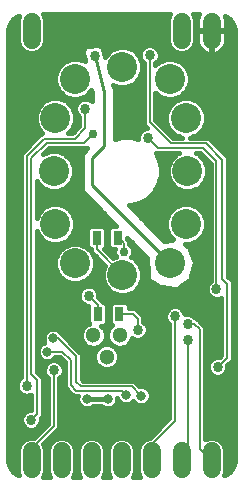
<source format=gbl>
G75*
%MOIN*%
%OFA0B0*%
%FSLAX25Y25*%
%IPPOS*%
%LPD*%
%AMOC8*
5,1,8,0,0,1.08239X$1,22.5*
%
%ADD10C,0.06000*%
%ADD11C,0.10000*%
%ADD12R,0.03150X0.04724*%
%ADD13C,0.05118*%
%ADD14C,0.03369*%
%ADD15C,0.01000*%
%ADD16C,0.00600*%
%ADD17C,0.03172*%
%ADD18C,0.01600*%
%ADD19C,0.02975*%
D10*
X0011170Y0006100D02*
X0011170Y0012100D01*
X0021170Y0012100D02*
X0021170Y0006100D01*
X0031170Y0006100D02*
X0031170Y0012100D01*
X0041170Y0012100D02*
X0041170Y0006100D01*
X0051170Y0006100D02*
X0051170Y0012100D01*
X0061170Y0012100D02*
X0061170Y0006100D01*
X0071170Y0006100D02*
X0071170Y0012100D01*
X0071170Y0149407D02*
X0071170Y0155407D01*
X0061170Y0155407D02*
X0061170Y0149407D01*
X0011170Y0149407D02*
X0011170Y0155407D01*
D11*
X0025747Y0136334D03*
X0019123Y0123273D03*
X0018623Y0105557D03*
X0019123Y0087840D03*
X0025747Y0074779D03*
X0041495Y0070842D03*
X0057243Y0074779D03*
X0062617Y0087840D03*
X0063117Y0105557D03*
X0062617Y0123273D03*
X0057243Y0136334D03*
X0041495Y0140271D03*
D12*
X0039943Y0083413D03*
X0032857Y0083413D03*
X0033257Y0058013D03*
X0040343Y0058013D03*
D13*
X0040600Y0050813D03*
X0036200Y0043613D03*
X0031800Y0050813D03*
D14*
X0029800Y0039613D03*
X0018600Y0039213D03*
X0011000Y0022613D03*
X0009600Y0034013D03*
X0030200Y0064013D03*
X0046600Y0052613D03*
X0052400Y0035213D03*
X0063200Y0049213D03*
X0063200Y0054613D03*
X0061000Y0061213D03*
X0059000Y0057213D03*
X0072800Y0066213D03*
X0073200Y0040213D03*
X0050000Y0116613D03*
X0050600Y0144213D03*
X0032200Y0144013D03*
X0029000Y0126413D03*
D15*
X0035200Y0132013D02*
X0035200Y0113813D01*
X0031200Y0109813D01*
X0031200Y0100822D01*
X0057243Y0074779D01*
X0035200Y0132013D02*
X0032200Y0144013D01*
D16*
X0029000Y0126413D02*
X0029000Y0119813D01*
X0025600Y0116413D01*
X0015400Y0116413D01*
X0009600Y0110613D01*
X0009600Y0034013D01*
X0013000Y0035813D02*
X0011000Y0037813D01*
X0011000Y0109813D01*
X0016200Y0115013D01*
X0028800Y0115013D01*
X0031800Y0118013D01*
X0050000Y0116613D02*
X0053200Y0113413D01*
X0068200Y0113413D01*
X0072800Y0108813D01*
X0072800Y0066213D01*
X0074800Y0069613D02*
X0074800Y0109413D01*
X0069400Y0114813D01*
X0057600Y0114813D01*
X0050600Y0121813D01*
X0050600Y0144213D01*
X0039943Y0083413D02*
X0041900Y0081457D01*
X0041900Y0078670D01*
X0041495Y0070842D02*
X0032857Y0079480D01*
X0032857Y0083413D01*
X0030200Y0064013D02*
X0033257Y0060957D01*
X0033257Y0058013D01*
X0040343Y0058013D02*
X0045000Y0058013D01*
X0046600Y0056413D01*
X0046600Y0052613D01*
X0044600Y0033813D02*
X0027600Y0033813D01*
X0026000Y0035413D01*
X0026000Y0043813D01*
X0020000Y0049813D01*
X0018400Y0049813D01*
X0016400Y0045413D02*
X0021400Y0045413D01*
X0024200Y0042613D01*
X0024200Y0034213D01*
X0026000Y0032413D01*
X0041400Y0032413D01*
X0042800Y0031013D01*
X0044600Y0033813D02*
X0047800Y0030613D01*
X0059000Y0022413D02*
X0051200Y0014613D01*
X0051200Y0009130D01*
X0051170Y0009100D01*
X0059000Y0022413D02*
X0059000Y0057213D01*
X0063200Y0054613D02*
X0065400Y0054613D01*
X0067200Y0052813D01*
X0067200Y0013070D01*
X0071170Y0009100D01*
X0063200Y0011130D02*
X0061170Y0009100D01*
X0063200Y0011130D02*
X0063200Y0049213D01*
X0073200Y0040213D02*
X0076400Y0043413D01*
X0076400Y0068013D01*
X0074800Y0069613D01*
X0018600Y0039213D02*
X0018600Y0020613D01*
X0011200Y0013213D01*
X0011200Y0009130D01*
X0011170Y0009100D01*
X0011000Y0022613D02*
X0013000Y0024613D01*
X0013000Y0035813D01*
D17*
X0016400Y0045413D03*
X0018400Y0049813D03*
X0029600Y0029613D03*
X0036600Y0029613D03*
X0042800Y0031013D03*
X0047800Y0030613D03*
X0040600Y0050813D03*
X0036200Y0043613D03*
X0031800Y0050813D03*
X0043800Y0117613D03*
D18*
X0004043Y0006835D02*
X0005128Y0005341D01*
X0006621Y0004256D01*
X0007007Y0004131D01*
X0006570Y0005185D01*
X0006570Y0013015D01*
X0007270Y0014706D01*
X0008564Y0016000D01*
X0010255Y0016700D01*
X0012000Y0016700D01*
X0016700Y0021400D01*
X0016700Y0036469D01*
X0015816Y0037353D01*
X0015316Y0038560D01*
X0015316Y0039867D01*
X0015816Y0041074D01*
X0016740Y0041998D01*
X0017947Y0042498D01*
X0019253Y0042498D01*
X0020460Y0041998D01*
X0021384Y0041074D01*
X0021884Y0039867D01*
X0021884Y0038560D01*
X0021384Y0037353D01*
X0020500Y0036469D01*
X0020500Y0019826D01*
X0015160Y0014487D01*
X0015770Y0013015D01*
X0015770Y0005185D01*
X0015119Y0003613D01*
X0017221Y0003613D01*
X0016570Y0005185D01*
X0016570Y0013015D01*
X0017270Y0014706D01*
X0018564Y0016000D01*
X0020255Y0016700D01*
X0022085Y0016700D01*
X0023776Y0016000D01*
X0025070Y0014706D01*
X0025770Y0013015D01*
X0025770Y0005185D01*
X0025119Y0003613D01*
X0027221Y0003613D01*
X0026570Y0005185D01*
X0026570Y0013015D01*
X0027270Y0014706D01*
X0028564Y0016000D01*
X0030255Y0016700D01*
X0032085Y0016700D01*
X0033776Y0016000D01*
X0035070Y0014706D01*
X0035770Y0013015D01*
X0035770Y0005185D01*
X0035119Y0003613D01*
X0037221Y0003613D01*
X0036570Y0005185D01*
X0036570Y0013015D01*
X0037270Y0014706D01*
X0038564Y0016000D01*
X0040255Y0016700D01*
X0042085Y0016700D01*
X0043776Y0016000D01*
X0045070Y0014706D01*
X0045770Y0013015D01*
X0045770Y0005185D01*
X0045119Y0003613D01*
X0047221Y0003613D01*
X0046570Y0005185D01*
X0046570Y0013015D01*
X0047270Y0014706D01*
X0048564Y0016000D01*
X0050255Y0016700D01*
X0050600Y0016700D01*
X0057100Y0023200D01*
X0057100Y0054469D01*
X0056216Y0055353D01*
X0055716Y0056560D01*
X0055716Y0057867D01*
X0056216Y0059074D01*
X0057140Y0059998D01*
X0058347Y0060498D01*
X0059653Y0060498D01*
X0060860Y0059998D01*
X0061784Y0059074D01*
X0062284Y0057867D01*
X0062284Y0057789D01*
X0062547Y0057898D01*
X0063853Y0057898D01*
X0065060Y0057398D01*
X0065945Y0056513D01*
X0066187Y0056513D01*
X0067987Y0054713D01*
X0069100Y0053600D01*
X0069100Y0016222D01*
X0070255Y0016700D01*
X0072085Y0016700D01*
X0073776Y0016000D01*
X0075070Y0014706D01*
X0075770Y0013015D01*
X0075770Y0005185D01*
X0075334Y0004131D01*
X0075719Y0004256D01*
X0077212Y0005341D01*
X0078297Y0006835D01*
X0078868Y0008590D01*
X0078940Y0009513D01*
X0078940Y0151994D01*
X0078868Y0152917D01*
X0078297Y0154672D01*
X0077212Y0156166D01*
X0075719Y0157251D01*
X0075598Y0157290D01*
X0075618Y0157250D01*
X0075852Y0156531D01*
X0075970Y0155785D01*
X0075970Y0152607D01*
X0071370Y0152607D01*
X0071370Y0152207D01*
X0071370Y0144607D01*
X0071548Y0144607D01*
X0072294Y0144725D01*
X0073013Y0144959D01*
X0073686Y0145302D01*
X0074297Y0145746D01*
X0074831Y0146280D01*
X0075275Y0146891D01*
X0075618Y0147565D01*
X0075852Y0148283D01*
X0075970Y0149029D01*
X0075970Y0152207D01*
X0071370Y0152207D01*
X0070970Y0152207D01*
X0070970Y0144607D01*
X0070792Y0144607D01*
X0070046Y0144725D01*
X0069328Y0144959D01*
X0068654Y0145302D01*
X0068043Y0145746D01*
X0067509Y0146280D01*
X0067065Y0146891D01*
X0066722Y0147565D01*
X0066488Y0148283D01*
X0066370Y0149029D01*
X0066370Y0152207D01*
X0070970Y0152207D01*
X0070970Y0152607D01*
X0066370Y0152607D01*
X0066370Y0155785D01*
X0066488Y0156531D01*
X0066722Y0157250D01*
X0067050Y0157894D01*
X0065119Y0157894D01*
X0065770Y0156322D01*
X0065770Y0148492D01*
X0065070Y0146801D01*
X0063776Y0145507D01*
X0062085Y0144807D01*
X0060255Y0144807D01*
X0058564Y0145507D01*
X0057270Y0146801D01*
X0056570Y0148492D01*
X0056570Y0156322D01*
X0057221Y0157894D01*
X0015119Y0157894D01*
X0015770Y0156322D01*
X0015770Y0148492D01*
X0015070Y0146801D01*
X0013776Y0145507D01*
X0012085Y0144807D01*
X0010255Y0144807D01*
X0008564Y0145507D01*
X0007270Y0146801D01*
X0006570Y0148492D01*
X0006570Y0156322D01*
X0007007Y0157376D01*
X0006621Y0157251D01*
X0005128Y0156166D01*
X0004043Y0154672D01*
X0003473Y0152917D01*
X0003400Y0151994D01*
X0003400Y0009513D01*
X0003473Y0008590D01*
X0004043Y0006835D01*
X0004062Y0006809D02*
X0006570Y0006809D01*
X0006570Y0008407D02*
X0003532Y0008407D01*
X0003400Y0010006D02*
X0006570Y0010006D01*
X0006570Y0011604D02*
X0003400Y0011604D01*
X0003400Y0013203D02*
X0006648Y0013203D01*
X0007366Y0014801D02*
X0003400Y0014801D01*
X0003400Y0016400D02*
X0009531Y0016400D01*
X0010347Y0019329D02*
X0011653Y0019329D01*
X0012860Y0019829D01*
X0013784Y0020753D01*
X0014284Y0021960D01*
X0014284Y0023211D01*
X0014900Y0023826D01*
X0014900Y0036600D01*
X0012900Y0038600D01*
X0012900Y0085617D01*
X0013528Y0084102D01*
X0015384Y0082245D01*
X0017810Y0081240D01*
X0020436Y0081240D01*
X0022861Y0082245D01*
X0024718Y0084102D01*
X0025723Y0086527D01*
X0025723Y0089153D01*
X0024718Y0091579D01*
X0022861Y0093435D01*
X0020436Y0094440D01*
X0017810Y0094440D01*
X0015384Y0093435D01*
X0013528Y0091579D01*
X0012900Y0090063D01*
X0012900Y0102126D01*
X0013028Y0101818D01*
X0014884Y0099961D01*
X0017310Y0098957D01*
X0019936Y0098957D01*
X0022361Y0099961D01*
X0024218Y0101818D01*
X0025223Y0104244D01*
X0025223Y0106870D01*
X0024218Y0109295D01*
X0022361Y0111152D01*
X0019936Y0112157D01*
X0017310Y0112157D01*
X0015125Y0111252D01*
X0016987Y0113113D01*
X0029587Y0113113D01*
X0029587Y0113113D01*
X0028420Y0111603D01*
X0027900Y0111083D01*
X0027900Y0110930D01*
X0027806Y0110809D01*
X0027900Y0110079D01*
X0027900Y0100033D01*
X0027885Y0099182D01*
X0027900Y0099166D01*
X0027900Y0099144D01*
X0028502Y0098542D01*
X0039269Y0087376D01*
X0037706Y0087376D01*
X0036769Y0086438D01*
X0036769Y0080388D01*
X0037706Y0079451D01*
X0038882Y0079451D01*
X0038813Y0079284D01*
X0038813Y0078056D01*
X0039230Y0077048D01*
X0038343Y0076681D01*
X0035334Y0079690D01*
X0036031Y0080388D01*
X0036031Y0086438D01*
X0035094Y0087376D01*
X0030619Y0087376D01*
X0029682Y0086438D01*
X0029682Y0080388D01*
X0030619Y0079451D01*
X0030957Y0079451D01*
X0030957Y0078903D01*
X0029485Y0080374D01*
X0027060Y0081379D01*
X0024434Y0081379D01*
X0022008Y0080374D01*
X0020152Y0078518D01*
X0019147Y0076092D01*
X0019147Y0073466D01*
X0020152Y0071041D01*
X0022008Y0069184D01*
X0024434Y0068179D01*
X0027060Y0068179D01*
X0029485Y0069184D01*
X0031342Y0071041D01*
X0032347Y0073466D01*
X0032347Y0076092D01*
X0031490Y0078160D01*
X0035656Y0073994D01*
X0034895Y0072155D01*
X0034895Y0069529D01*
X0035900Y0067104D01*
X0037756Y0065247D01*
X0040182Y0064242D01*
X0042808Y0064242D01*
X0045233Y0065247D01*
X0047090Y0067104D01*
X0048095Y0069529D01*
X0048095Y0072155D01*
X0047090Y0074581D01*
X0045233Y0076437D01*
X0044385Y0076789D01*
X0044517Y0076921D01*
X0044987Y0078056D01*
X0044987Y0079284D01*
X0044517Y0080419D01*
X0043800Y0081136D01*
X0043800Y0082244D01*
X0043118Y0082926D01*
X0043118Y0083384D01*
X0049548Y0076716D01*
X0049868Y0071115D01*
X0049745Y0070900D01*
X0049916Y0070274D01*
X0049953Y0069625D01*
X0050138Y0069460D01*
X0050203Y0069222D01*
X0050767Y0068899D01*
X0051251Y0068467D01*
X0051498Y0068481D01*
X0053381Y0067406D01*
X0053642Y0067058D01*
X0054106Y0066991D01*
X0054513Y0066759D01*
X0054933Y0066873D01*
X0058660Y0066341D01*
X0059473Y0066190D01*
X0059514Y0066219D01*
X0059564Y0066211D01*
X0060225Y0066707D01*
X0063318Y0068833D01*
X0063997Y0069222D01*
X0064024Y0069319D01*
X0064106Y0069376D01*
X0064249Y0070145D01*
X0065380Y0074292D01*
X0065671Y0074923D01*
X0065603Y0075109D01*
X0065655Y0075300D01*
X0065310Y0075903D01*
X0064039Y0079354D01*
X0063928Y0080017D01*
X0063747Y0080146D01*
X0063670Y0080356D01*
X0063060Y0080637D01*
X0062215Y0081240D01*
X0063930Y0081240D01*
X0066356Y0082245D01*
X0068212Y0084102D01*
X0069217Y0086527D01*
X0069217Y0089153D01*
X0068212Y0091579D01*
X0066356Y0093435D01*
X0063930Y0094440D01*
X0061304Y0094440D01*
X0058878Y0093435D01*
X0057022Y0091579D01*
X0056017Y0089153D01*
X0056017Y0086527D01*
X0057022Y0084102D01*
X0058327Y0082797D01*
X0057997Y0082742D01*
X0057992Y0082735D01*
X0055326Y0082271D01*
X0043703Y0094114D01*
X0044251Y0094114D01*
X0047162Y0094894D01*
X0049771Y0096400D01*
X0051901Y0098531D01*
X0053408Y0101140D01*
X0054187Y0104050D01*
X0054187Y0107063D01*
X0053408Y0109973D01*
X0052518Y0111513D01*
X0060251Y0111513D01*
X0059378Y0111152D01*
X0057522Y0109295D01*
X0056517Y0106870D01*
X0056517Y0104244D01*
X0057522Y0101818D01*
X0059378Y0099961D01*
X0061804Y0098957D01*
X0064430Y0098957D01*
X0066856Y0099961D01*
X0068712Y0101818D01*
X0069717Y0104244D01*
X0069717Y0106870D01*
X0068712Y0109295D01*
X0066856Y0111152D01*
X0065983Y0111513D01*
X0067413Y0111513D01*
X0070900Y0108026D01*
X0070900Y0068958D01*
X0070016Y0068074D01*
X0069516Y0066867D01*
X0069516Y0065560D01*
X0070016Y0064353D01*
X0070940Y0063429D01*
X0072147Y0062929D01*
X0073453Y0062929D01*
X0074500Y0063363D01*
X0074500Y0044200D01*
X0073797Y0043498D01*
X0072547Y0043498D01*
X0071340Y0042998D01*
X0070416Y0042074D01*
X0069916Y0040867D01*
X0069916Y0039560D01*
X0070416Y0038353D01*
X0071340Y0037429D01*
X0072547Y0036929D01*
X0073853Y0036929D01*
X0075060Y0037429D01*
X0075984Y0038353D01*
X0076484Y0039560D01*
X0076484Y0040811D01*
X0077187Y0041513D01*
X0078300Y0042626D01*
X0078300Y0068800D01*
X0077187Y0069913D01*
X0076700Y0070400D01*
X0076700Y0110200D01*
X0071300Y0115600D01*
X0070187Y0116713D01*
X0064027Y0116713D01*
X0066356Y0117678D01*
X0068212Y0119535D01*
X0069217Y0121960D01*
X0069217Y0124586D01*
X0068212Y0127012D01*
X0066356Y0128868D01*
X0063930Y0129873D01*
X0061304Y0129873D01*
X0058878Y0128868D01*
X0057022Y0127012D01*
X0056017Y0124586D01*
X0056017Y0121960D01*
X0057022Y0119535D01*
X0058878Y0117678D01*
X0061207Y0116713D01*
X0058387Y0116713D01*
X0052500Y0122600D01*
X0052500Y0131743D01*
X0053504Y0130739D01*
X0055930Y0129734D01*
X0058556Y0129734D01*
X0060982Y0130739D01*
X0062838Y0132596D01*
X0063843Y0135021D01*
X0063843Y0137647D01*
X0062838Y0140073D01*
X0060982Y0141929D01*
X0058556Y0142934D01*
X0055930Y0142934D01*
X0053504Y0141929D01*
X0052500Y0140925D01*
X0052500Y0141469D01*
X0053384Y0142353D01*
X0053884Y0143560D01*
X0053884Y0144867D01*
X0053384Y0146074D01*
X0052460Y0146998D01*
X0051253Y0147498D01*
X0049947Y0147498D01*
X0048740Y0146998D01*
X0047816Y0146074D01*
X0047316Y0144867D01*
X0047316Y0143560D01*
X0047816Y0142353D01*
X0048700Y0141469D01*
X0048700Y0121026D01*
X0049813Y0119913D01*
X0049829Y0119898D01*
X0049347Y0119898D01*
X0048140Y0119398D01*
X0047216Y0118474D01*
X0046716Y0117267D01*
X0046716Y0116339D01*
X0044251Y0116999D01*
X0041238Y0116999D01*
X0038900Y0116373D01*
X0038900Y0131871D01*
X0039059Y0132158D01*
X0038900Y0132710D01*
X0038900Y0133283D01*
X0038668Y0133515D01*
X0038412Y0134404D01*
X0040182Y0133671D01*
X0042808Y0133671D01*
X0045233Y0134676D01*
X0047090Y0136533D01*
X0048095Y0138958D01*
X0048095Y0141584D01*
X0047090Y0144010D01*
X0045233Y0145866D01*
X0042808Y0146871D01*
X0040182Y0146871D01*
X0037756Y0145866D01*
X0035900Y0144010D01*
X0035751Y0143650D01*
X0035484Y0144575D01*
X0035484Y0144667D01*
X0035398Y0144876D01*
X0035055Y0146065D01*
X0034943Y0146792D01*
X0034820Y0146883D01*
X0034777Y0147030D01*
X0034134Y0147386D01*
X0033540Y0147821D01*
X0033389Y0147798D01*
X0033255Y0147872D01*
X0032548Y0147669D01*
X0030741Y0147391D01*
X0030561Y0147481D01*
X0029905Y0147262D01*
X0029221Y0147157D01*
X0029102Y0146994D01*
X0028911Y0146931D01*
X0028601Y0146312D01*
X0028192Y0145754D01*
X0028223Y0145555D01*
X0028133Y0145375D01*
X0028351Y0144718D01*
X0028457Y0144034D01*
X0028619Y0143915D01*
X0028643Y0143844D01*
X0028700Y0143585D01*
X0028700Y0142944D01*
X0028881Y0142762D01*
X0029022Y0142121D01*
X0027060Y0142934D01*
X0024434Y0142934D01*
X0022008Y0141929D01*
X0020152Y0140073D01*
X0019147Y0137647D01*
X0019147Y0135021D01*
X0020152Y0132596D01*
X0022008Y0130739D01*
X0024434Y0129734D01*
X0027060Y0129734D01*
X0029485Y0130739D01*
X0031161Y0132415D01*
X0031300Y0131785D01*
X0031300Y0128758D01*
X0030860Y0129198D01*
X0029653Y0129698D01*
X0028347Y0129698D01*
X0027140Y0129198D01*
X0026216Y0128274D01*
X0025716Y0127067D01*
X0025716Y0125760D01*
X0026216Y0124553D01*
X0027100Y0123669D01*
X0027100Y0120600D01*
X0024813Y0118313D01*
X0023497Y0118313D01*
X0024718Y0119535D01*
X0025723Y0121960D01*
X0025723Y0124586D01*
X0024718Y0127012D01*
X0022861Y0128868D01*
X0020436Y0129873D01*
X0017810Y0129873D01*
X0015384Y0128868D01*
X0013528Y0127012D01*
X0012523Y0124586D01*
X0012523Y0121960D01*
X0013528Y0119535D01*
X0014749Y0118313D01*
X0014613Y0118313D01*
X0013500Y0117200D01*
X0007700Y0111400D01*
X0007700Y0036758D01*
X0006816Y0035874D01*
X0006316Y0034667D01*
X0006316Y0033360D01*
X0006816Y0032153D01*
X0007740Y0031229D01*
X0008947Y0030729D01*
X0010253Y0030729D01*
X0011100Y0031080D01*
X0011100Y0025898D01*
X0010347Y0025898D01*
X0009140Y0025398D01*
X0008216Y0024474D01*
X0007716Y0023267D01*
X0007716Y0021960D01*
X0008216Y0020753D01*
X0009140Y0019829D01*
X0010347Y0019329D01*
X0009700Y0019597D02*
X0003400Y0019597D01*
X0003400Y0017998D02*
X0013298Y0017998D01*
X0012300Y0019597D02*
X0014897Y0019597D01*
X0013968Y0021196D02*
X0016495Y0021196D01*
X0016700Y0022794D02*
X0014284Y0022794D01*
X0014900Y0024393D02*
X0016700Y0024393D01*
X0016700Y0025991D02*
X0014900Y0025991D01*
X0014900Y0027590D02*
X0016700Y0027590D01*
X0016700Y0029188D02*
X0014900Y0029188D01*
X0014900Y0030787D02*
X0016700Y0030787D01*
X0016700Y0032385D02*
X0014900Y0032385D01*
X0014900Y0033984D02*
X0016700Y0033984D01*
X0016700Y0035582D02*
X0014900Y0035582D01*
X0014320Y0037181D02*
X0015988Y0037181D01*
X0015316Y0038779D02*
X0012900Y0038779D01*
X0012900Y0040378D02*
X0015527Y0040378D01*
X0015766Y0042228D02*
X0014595Y0042713D01*
X0013699Y0043609D01*
X0013214Y0044780D01*
X0013214Y0046047D01*
X0013699Y0047218D01*
X0014595Y0048114D01*
X0015500Y0048489D01*
X0015214Y0049180D01*
X0015214Y0050447D01*
X0015699Y0051618D01*
X0016595Y0052514D01*
X0017766Y0052999D01*
X0019034Y0052999D01*
X0020205Y0052514D01*
X0021101Y0051618D01*
X0021255Y0051245D01*
X0026787Y0045713D01*
X0027900Y0044600D01*
X0027900Y0036200D01*
X0028387Y0035713D01*
X0045387Y0035713D01*
X0046500Y0034600D01*
X0047301Y0033799D01*
X0048434Y0033799D01*
X0049605Y0033314D01*
X0050501Y0032418D01*
X0050986Y0031247D01*
X0050986Y0029980D01*
X0050501Y0028809D01*
X0049605Y0027913D01*
X0048434Y0027428D01*
X0047166Y0027428D01*
X0045995Y0027913D01*
X0045100Y0028808D01*
X0044605Y0028313D01*
X0043434Y0027828D01*
X0042166Y0027828D01*
X0040995Y0028313D01*
X0040099Y0029209D01*
X0039786Y0029965D01*
X0039786Y0028980D01*
X0039301Y0027809D01*
X0038405Y0026913D01*
X0037234Y0026428D01*
X0035966Y0026428D01*
X0034795Y0026913D01*
X0034495Y0027213D01*
X0031705Y0027213D01*
X0031405Y0026913D01*
X0030234Y0026428D01*
X0028966Y0026428D01*
X0027795Y0026913D01*
X0026899Y0027809D01*
X0026414Y0028980D01*
X0026414Y0030247D01*
X0026524Y0030513D01*
X0025213Y0030513D01*
X0024100Y0031626D01*
X0024100Y0031626D01*
X0022300Y0033426D01*
X0022300Y0041826D01*
X0020613Y0043513D01*
X0019005Y0043513D01*
X0018205Y0042713D01*
X0017034Y0042228D01*
X0015766Y0042228D01*
X0016718Y0041976D02*
X0012900Y0041976D01*
X0012900Y0043575D02*
X0013733Y0043575D01*
X0013214Y0045173D02*
X0012900Y0045173D01*
X0012900Y0046772D02*
X0013514Y0046772D01*
X0012900Y0048370D02*
X0015213Y0048370D01*
X0015214Y0049969D02*
X0012900Y0049969D01*
X0012900Y0051567D02*
X0015678Y0051567D01*
X0012900Y0053166D02*
X0028273Y0053166D01*
X0028274Y0053169D02*
X0027641Y0051641D01*
X0027641Y0049986D01*
X0028274Y0048457D01*
X0029444Y0047288D01*
X0030973Y0046654D01*
X0032627Y0046654D01*
X0034156Y0047288D01*
X0035326Y0048457D01*
X0035959Y0049986D01*
X0035959Y0051641D01*
X0035326Y0053169D01*
X0034444Y0054051D01*
X0035494Y0054051D01*
X0036431Y0054988D01*
X0036431Y0061038D01*
X0035494Y0061976D01*
X0034925Y0061976D01*
X0034044Y0062857D01*
X0033484Y0063416D01*
X0033484Y0064667D01*
X0032984Y0065874D01*
X0032060Y0066798D01*
X0030853Y0067298D01*
X0029547Y0067298D01*
X0028340Y0066798D01*
X0027416Y0065874D01*
X0026916Y0064667D01*
X0026916Y0063360D01*
X0027416Y0062153D01*
X0028340Y0061229D01*
X0029547Y0060729D01*
X0030082Y0060729D01*
X0030082Y0054988D01*
X0030354Y0054716D01*
X0029444Y0054339D01*
X0028274Y0053169D01*
X0027641Y0051567D02*
X0021122Y0051567D01*
X0022532Y0049969D02*
X0027648Y0049969D01*
X0028361Y0048370D02*
X0024130Y0048370D01*
X0025729Y0046772D02*
X0030689Y0046772D01*
X0032674Y0045969D02*
X0032041Y0044441D01*
X0032041Y0042786D01*
X0032674Y0041257D01*
X0033844Y0040088D01*
X0035373Y0039454D01*
X0037027Y0039454D01*
X0038556Y0040088D01*
X0039726Y0041257D01*
X0040359Y0042786D01*
X0040359Y0044441D01*
X0039726Y0045969D01*
X0038556Y0047139D01*
X0037027Y0047772D01*
X0035373Y0047772D01*
X0033844Y0047139D01*
X0032674Y0045969D01*
X0032911Y0046772D02*
X0033477Y0046772D01*
X0032344Y0045173D02*
X0027327Y0045173D01*
X0027900Y0043575D02*
X0032041Y0043575D01*
X0032376Y0041976D02*
X0027900Y0041976D01*
X0027900Y0040378D02*
X0033554Y0040378D01*
X0035239Y0048370D02*
X0037161Y0048370D01*
X0037074Y0048457D02*
X0036441Y0049986D01*
X0036441Y0051641D01*
X0037074Y0053169D01*
X0038031Y0054126D01*
X0037169Y0054988D01*
X0037169Y0061038D01*
X0038106Y0061976D01*
X0042581Y0061976D01*
X0043518Y0061038D01*
X0043518Y0059913D01*
X0045787Y0059913D01*
X0047387Y0058313D01*
X0048500Y0057200D01*
X0048500Y0055358D01*
X0049384Y0054474D01*
X0049884Y0053267D01*
X0049884Y0051960D01*
X0049384Y0050753D01*
X0048460Y0049829D01*
X0047253Y0049329D01*
X0045947Y0049329D01*
X0044740Y0049829D01*
X0044707Y0049861D01*
X0044126Y0048457D01*
X0042956Y0047288D01*
X0041427Y0046654D01*
X0039773Y0046654D01*
X0038244Y0047288D01*
X0037074Y0048457D01*
X0036448Y0049969D02*
X0035952Y0049969D01*
X0035959Y0051567D02*
X0036441Y0051567D01*
X0037073Y0053166D02*
X0035327Y0053166D01*
X0036207Y0054764D02*
X0037393Y0054764D01*
X0037169Y0056363D02*
X0036431Y0056363D01*
X0036431Y0057961D02*
X0037169Y0057961D01*
X0037169Y0059560D02*
X0036431Y0059560D01*
X0036312Y0061158D02*
X0037288Y0061158D01*
X0039909Y0064355D02*
X0033484Y0064355D01*
X0032904Y0065954D02*
X0037049Y0065954D01*
X0035714Y0067552D02*
X0012900Y0067552D01*
X0012900Y0065954D02*
X0027496Y0065954D01*
X0026916Y0064355D02*
X0012900Y0064355D01*
X0012900Y0062757D02*
X0027166Y0062757D01*
X0028511Y0061158D02*
X0012900Y0061158D01*
X0012900Y0059560D02*
X0030082Y0059560D01*
X0030082Y0057961D02*
X0012900Y0057961D01*
X0012900Y0056363D02*
X0030082Y0056363D01*
X0030306Y0054764D02*
X0012900Y0054764D01*
X0007700Y0054764D02*
X0003400Y0054764D01*
X0003400Y0053166D02*
X0007700Y0053166D01*
X0007700Y0051567D02*
X0003400Y0051567D01*
X0003400Y0049969D02*
X0007700Y0049969D01*
X0007700Y0048370D02*
X0003400Y0048370D01*
X0003400Y0046772D02*
X0007700Y0046772D01*
X0007700Y0045173D02*
X0003400Y0045173D01*
X0003400Y0043575D02*
X0007700Y0043575D01*
X0007700Y0041976D02*
X0003400Y0041976D01*
X0003400Y0040378D02*
X0007700Y0040378D01*
X0007700Y0038779D02*
X0003400Y0038779D01*
X0003400Y0037181D02*
X0007700Y0037181D01*
X0006695Y0035582D02*
X0003400Y0035582D01*
X0003400Y0033984D02*
X0006316Y0033984D01*
X0006720Y0032385D02*
X0003400Y0032385D01*
X0003400Y0030787D02*
X0008808Y0030787D01*
X0010392Y0030787D02*
X0011100Y0030787D01*
X0011100Y0029188D02*
X0003400Y0029188D01*
X0003400Y0027590D02*
X0011100Y0027590D01*
X0011100Y0025991D02*
X0003400Y0025991D01*
X0003400Y0024393D02*
X0008182Y0024393D01*
X0007716Y0022794D02*
X0003400Y0022794D01*
X0003400Y0021196D02*
X0008032Y0021196D01*
X0015475Y0014801D02*
X0017366Y0014801D01*
X0017074Y0016400D02*
X0019531Y0016400D01*
X0018672Y0017998D02*
X0051898Y0017998D01*
X0053497Y0019597D02*
X0020271Y0019597D01*
X0020500Y0021196D02*
X0055095Y0021196D01*
X0056694Y0022794D02*
X0020500Y0022794D01*
X0020500Y0024393D02*
X0057100Y0024393D01*
X0057100Y0025991D02*
X0020500Y0025991D01*
X0020500Y0027590D02*
X0027118Y0027590D01*
X0026414Y0029188D02*
X0020500Y0029188D01*
X0020500Y0030787D02*
X0024940Y0030787D01*
X0023341Y0032385D02*
X0020500Y0032385D01*
X0020500Y0033984D02*
X0022300Y0033984D01*
X0022300Y0035582D02*
X0020500Y0035582D01*
X0021212Y0037181D02*
X0022300Y0037181D01*
X0022300Y0038779D02*
X0021884Y0038779D01*
X0021673Y0040378D02*
X0022300Y0040378D01*
X0022150Y0041976D02*
X0020482Y0041976D01*
X0027900Y0038779D02*
X0057100Y0038779D01*
X0057100Y0037181D02*
X0027900Y0037181D01*
X0029600Y0029613D02*
X0036600Y0029613D01*
X0039082Y0027590D02*
X0046775Y0027590D01*
X0048825Y0027590D02*
X0057100Y0027590D01*
X0057100Y0029188D02*
X0050658Y0029188D01*
X0050986Y0030787D02*
X0057100Y0030787D01*
X0057100Y0032385D02*
X0050514Y0032385D01*
X0047117Y0033984D02*
X0057100Y0033984D01*
X0057100Y0035582D02*
X0045518Y0035582D01*
X0040359Y0043575D02*
X0057100Y0043575D01*
X0057100Y0045173D02*
X0040056Y0045173D01*
X0039489Y0046772D02*
X0038923Y0046772D01*
X0041711Y0046772D02*
X0057100Y0046772D01*
X0057100Y0048370D02*
X0044039Y0048370D01*
X0040024Y0041976D02*
X0057100Y0041976D01*
X0057100Y0040378D02*
X0038846Y0040378D01*
X0039786Y0029188D02*
X0040120Y0029188D01*
X0039531Y0016400D02*
X0032809Y0016400D01*
X0034974Y0014801D02*
X0037366Y0014801D01*
X0036648Y0013203D02*
X0035692Y0013203D01*
X0035770Y0011604D02*
X0036570Y0011604D01*
X0036570Y0010006D02*
X0035770Y0010006D01*
X0035770Y0008407D02*
X0036570Y0008407D01*
X0036570Y0006809D02*
X0035770Y0006809D01*
X0035770Y0005210D02*
X0036570Y0005210D01*
X0042809Y0016400D02*
X0049531Y0016400D01*
X0047366Y0014801D02*
X0044974Y0014801D01*
X0045692Y0013203D02*
X0046648Y0013203D01*
X0046570Y0011604D02*
X0045770Y0011604D01*
X0045770Y0010006D02*
X0046570Y0010006D01*
X0046570Y0008407D02*
X0045770Y0008407D01*
X0045770Y0006809D02*
X0046570Y0006809D01*
X0046570Y0005210D02*
X0045770Y0005210D01*
X0029531Y0016400D02*
X0022809Y0016400D01*
X0024974Y0014801D02*
X0027366Y0014801D01*
X0026648Y0013203D02*
X0025692Y0013203D01*
X0025770Y0011604D02*
X0026570Y0011604D01*
X0026570Y0010006D02*
X0025770Y0010006D01*
X0025770Y0008407D02*
X0026570Y0008407D01*
X0026570Y0006809D02*
X0025770Y0006809D01*
X0025770Y0005210D02*
X0026570Y0005210D01*
X0016570Y0005210D02*
X0015770Y0005210D01*
X0015770Y0006809D02*
X0016570Y0006809D01*
X0016570Y0008407D02*
X0015770Y0008407D01*
X0015770Y0010006D02*
X0016570Y0010006D01*
X0016570Y0011604D02*
X0015770Y0011604D01*
X0015692Y0013203D02*
X0016648Y0013203D01*
X0006570Y0005210D02*
X0005308Y0005210D01*
X0003400Y0056363D02*
X0007700Y0056363D01*
X0007700Y0057961D02*
X0003400Y0057961D01*
X0003400Y0059560D02*
X0007700Y0059560D01*
X0007700Y0061158D02*
X0003400Y0061158D01*
X0003400Y0062757D02*
X0007700Y0062757D01*
X0007700Y0064355D02*
X0003400Y0064355D01*
X0003400Y0065954D02*
X0007700Y0065954D01*
X0007700Y0067552D02*
X0003400Y0067552D01*
X0003400Y0069151D02*
X0007700Y0069151D01*
X0007700Y0070749D02*
X0003400Y0070749D01*
X0003400Y0072348D02*
X0007700Y0072348D01*
X0007700Y0073946D02*
X0003400Y0073946D01*
X0003400Y0075545D02*
X0007700Y0075545D01*
X0007700Y0077143D02*
X0003400Y0077143D01*
X0003400Y0078742D02*
X0007700Y0078742D01*
X0007700Y0080340D02*
X0003400Y0080340D01*
X0003400Y0081939D02*
X0007700Y0081939D01*
X0007700Y0083537D02*
X0003400Y0083537D01*
X0003400Y0085136D02*
X0007700Y0085136D01*
X0007700Y0086734D02*
X0003400Y0086734D01*
X0003400Y0088333D02*
X0007700Y0088333D01*
X0007700Y0089932D02*
X0003400Y0089932D01*
X0003400Y0091530D02*
X0007700Y0091530D01*
X0007700Y0093129D02*
X0003400Y0093129D01*
X0003400Y0094727D02*
X0007700Y0094727D01*
X0007700Y0096326D02*
X0003400Y0096326D01*
X0003400Y0097924D02*
X0007700Y0097924D01*
X0007700Y0099523D02*
X0003400Y0099523D01*
X0003400Y0101121D02*
X0007700Y0101121D01*
X0007700Y0102720D02*
X0003400Y0102720D01*
X0003400Y0104318D02*
X0007700Y0104318D01*
X0007700Y0105917D02*
X0003400Y0105917D01*
X0003400Y0107515D02*
X0007700Y0107515D01*
X0007700Y0109114D02*
X0003400Y0109114D01*
X0003400Y0110712D02*
X0007700Y0110712D01*
X0008610Y0112311D02*
X0003400Y0112311D01*
X0003400Y0113909D02*
X0010209Y0113909D01*
X0011807Y0115508D02*
X0003400Y0115508D01*
X0003400Y0117106D02*
X0013406Y0117106D01*
X0014358Y0118705D02*
X0003400Y0118705D01*
X0003400Y0120303D02*
X0013209Y0120303D01*
X0012547Y0121902D02*
X0003400Y0121902D01*
X0003400Y0123500D02*
X0012523Y0123500D01*
X0012735Y0125099D02*
X0003400Y0125099D01*
X0003400Y0126697D02*
X0013397Y0126697D01*
X0014812Y0128296D02*
X0003400Y0128296D01*
X0003400Y0129894D02*
X0024048Y0129894D01*
X0023434Y0128296D02*
X0026238Y0128296D01*
X0025716Y0126697D02*
X0024848Y0126697D01*
X0025510Y0125099D02*
X0025990Y0125099D01*
X0025723Y0123500D02*
X0027100Y0123500D01*
X0027100Y0121902D02*
X0025699Y0121902D01*
X0025036Y0120303D02*
X0026803Y0120303D01*
X0025204Y0118705D02*
X0023888Y0118705D01*
X0022801Y0110712D02*
X0027819Y0110712D01*
X0027900Y0109114D02*
X0024293Y0109114D01*
X0024955Y0107515D02*
X0027900Y0107515D01*
X0027900Y0105917D02*
X0025223Y0105917D01*
X0025223Y0104318D02*
X0027900Y0104318D01*
X0027900Y0102720D02*
X0024591Y0102720D01*
X0023521Y0101121D02*
X0027900Y0101121D01*
X0027891Y0099523D02*
X0021302Y0099523D01*
X0023168Y0093129D02*
X0033722Y0093129D01*
X0032180Y0094727D02*
X0012900Y0094727D01*
X0012900Y0093129D02*
X0015077Y0093129D01*
X0013507Y0091530D02*
X0012900Y0091530D01*
X0012900Y0096326D02*
X0030639Y0096326D01*
X0029097Y0097924D02*
X0012900Y0097924D01*
X0012900Y0099523D02*
X0015944Y0099523D01*
X0013725Y0101121D02*
X0012900Y0101121D01*
X0016184Y0112311D02*
X0028967Y0112311D01*
X0027446Y0129894D02*
X0031300Y0129894D01*
X0031300Y0131493D02*
X0030239Y0131493D01*
X0028899Y0142682D02*
X0027668Y0142682D01*
X0028419Y0144281D02*
X0003400Y0144281D01*
X0003400Y0145879D02*
X0008192Y0145879D01*
X0006990Y0147478D02*
X0003400Y0147478D01*
X0003400Y0149076D02*
X0006570Y0149076D01*
X0006570Y0150675D02*
X0003400Y0150675D01*
X0003422Y0152273D02*
X0006570Y0152273D01*
X0006570Y0153872D02*
X0003783Y0153872D01*
X0004623Y0155470D02*
X0006570Y0155470D01*
X0006371Y0157069D02*
X0006879Y0157069D01*
X0014148Y0145879D02*
X0028284Y0145879D01*
X0030553Y0147478D02*
X0015350Y0147478D01*
X0015770Y0149076D02*
X0056570Y0149076D01*
X0056570Y0150675D02*
X0015770Y0150675D01*
X0015770Y0152273D02*
X0056570Y0152273D01*
X0056570Y0153872D02*
X0015770Y0153872D01*
X0015770Y0155470D02*
X0056570Y0155470D01*
X0056879Y0157069D02*
X0015461Y0157069D01*
X0023826Y0142682D02*
X0003400Y0142682D01*
X0003400Y0141084D02*
X0021163Y0141084D01*
X0019908Y0139485D02*
X0003400Y0139485D01*
X0003400Y0137887D02*
X0019246Y0137887D01*
X0019147Y0136288D02*
X0003400Y0136288D01*
X0003400Y0134690D02*
X0019284Y0134690D01*
X0019946Y0133091D02*
X0003400Y0133091D01*
X0003400Y0131493D02*
X0021254Y0131493D01*
X0030567Y0147478D02*
X0031309Y0147478D01*
X0034009Y0147478D02*
X0049899Y0147478D01*
X0051301Y0147478D02*
X0056990Y0147478D01*
X0058192Y0145879D02*
X0053465Y0145879D01*
X0053884Y0144281D02*
X0078940Y0144281D01*
X0078940Y0145879D02*
X0074431Y0145879D01*
X0075574Y0147478D02*
X0078940Y0147478D01*
X0078940Y0149076D02*
X0075970Y0149076D01*
X0075970Y0150675D02*
X0078940Y0150675D01*
X0078918Y0152273D02*
X0071370Y0152273D01*
X0070970Y0152273D02*
X0065770Y0152273D01*
X0065770Y0150675D02*
X0066370Y0150675D01*
X0066370Y0149076D02*
X0065770Y0149076D01*
X0065350Y0147478D02*
X0066766Y0147478D01*
X0067910Y0145879D02*
X0064148Y0145879D01*
X0061827Y0141084D02*
X0078940Y0141084D01*
X0078940Y0142682D02*
X0059164Y0142682D01*
X0055322Y0142682D02*
X0053521Y0142682D01*
X0052659Y0141084D02*
X0052500Y0141084D01*
X0048700Y0141084D02*
X0048095Y0141084D01*
X0048095Y0139485D02*
X0048700Y0139485D01*
X0048700Y0137887D02*
X0047651Y0137887D01*
X0046846Y0136288D02*
X0048700Y0136288D01*
X0048700Y0134690D02*
X0045247Y0134690D01*
X0048700Y0133091D02*
X0038900Y0133091D01*
X0038900Y0131493D02*
X0048700Y0131493D01*
X0048700Y0129894D02*
X0038900Y0129894D01*
X0038900Y0128296D02*
X0048700Y0128296D01*
X0048700Y0126697D02*
X0038900Y0126697D01*
X0038900Y0125099D02*
X0048700Y0125099D01*
X0048700Y0123500D02*
X0038900Y0123500D01*
X0038900Y0121902D02*
X0048700Y0121902D01*
X0049423Y0120303D02*
X0038900Y0120303D01*
X0038900Y0118705D02*
X0047447Y0118705D01*
X0046716Y0117106D02*
X0038900Y0117106D01*
X0049641Y0096326D02*
X0070900Y0096326D01*
X0070900Y0097924D02*
X0051294Y0097924D01*
X0052474Y0099523D02*
X0060438Y0099523D01*
X0058219Y0101121D02*
X0053397Y0101121D01*
X0053831Y0102720D02*
X0057148Y0102720D01*
X0056517Y0104318D02*
X0054187Y0104318D01*
X0054187Y0105917D02*
X0056517Y0105917D01*
X0056784Y0107515D02*
X0054066Y0107515D01*
X0053638Y0109114D02*
X0057446Y0109114D01*
X0058939Y0110712D02*
X0052981Y0110712D01*
X0056396Y0118705D02*
X0057852Y0118705D01*
X0057994Y0117106D02*
X0060259Y0117106D01*
X0064975Y0117106D02*
X0078940Y0117106D01*
X0078940Y0115508D02*
X0071393Y0115508D01*
X0072991Y0113909D02*
X0078940Y0113909D01*
X0078940Y0112311D02*
X0074590Y0112311D01*
X0076188Y0110712D02*
X0078940Y0110712D01*
X0078940Y0109114D02*
X0076700Y0109114D01*
X0076700Y0107515D02*
X0078940Y0107515D01*
X0078940Y0105917D02*
X0076700Y0105917D01*
X0076700Y0104318D02*
X0078940Y0104318D01*
X0078940Y0102720D02*
X0076700Y0102720D01*
X0076700Y0101121D02*
X0078940Y0101121D01*
X0078940Y0099523D02*
X0076700Y0099523D01*
X0076700Y0097924D02*
X0078940Y0097924D01*
X0078940Y0096326D02*
X0076700Y0096326D01*
X0076700Y0094727D02*
X0078940Y0094727D01*
X0078940Y0093129D02*
X0076700Y0093129D01*
X0076700Y0091530D02*
X0078940Y0091530D01*
X0078940Y0089932D02*
X0076700Y0089932D01*
X0076700Y0088333D02*
X0078940Y0088333D01*
X0078940Y0086734D02*
X0076700Y0086734D01*
X0076700Y0085136D02*
X0078940Y0085136D01*
X0078940Y0083537D02*
X0076700Y0083537D01*
X0076700Y0081939D02*
X0078940Y0081939D01*
X0078940Y0080340D02*
X0076700Y0080340D01*
X0076700Y0078742D02*
X0078940Y0078742D01*
X0078940Y0077143D02*
X0076700Y0077143D01*
X0076700Y0075545D02*
X0078940Y0075545D01*
X0078940Y0073946D02*
X0076700Y0073946D01*
X0076700Y0072348D02*
X0078940Y0072348D01*
X0078940Y0070749D02*
X0076700Y0070749D01*
X0077187Y0069913D02*
X0077187Y0069913D01*
X0077950Y0069151D02*
X0078940Y0069151D01*
X0078940Y0067552D02*
X0078300Y0067552D01*
X0078300Y0065954D02*
X0078940Y0065954D01*
X0078940Y0064355D02*
X0078300Y0064355D01*
X0078300Y0062757D02*
X0078940Y0062757D01*
X0078940Y0061158D02*
X0078300Y0061158D01*
X0078300Y0059560D02*
X0078940Y0059560D01*
X0078940Y0057961D02*
X0078300Y0057961D01*
X0078300Y0056363D02*
X0078940Y0056363D01*
X0078940Y0054764D02*
X0078300Y0054764D01*
X0078300Y0053166D02*
X0078940Y0053166D01*
X0078940Y0051567D02*
X0078300Y0051567D01*
X0078300Y0049969D02*
X0078940Y0049969D01*
X0078940Y0048370D02*
X0078300Y0048370D01*
X0078300Y0046772D02*
X0078940Y0046772D01*
X0078940Y0045173D02*
X0078300Y0045173D01*
X0078300Y0043575D02*
X0078940Y0043575D01*
X0078940Y0041976D02*
X0077650Y0041976D01*
X0076484Y0040378D02*
X0078940Y0040378D01*
X0078940Y0038779D02*
X0076161Y0038779D01*
X0074460Y0037181D02*
X0078940Y0037181D01*
X0078940Y0035582D02*
X0069100Y0035582D01*
X0069100Y0033984D02*
X0078940Y0033984D01*
X0078940Y0032385D02*
X0069100Y0032385D01*
X0069100Y0030787D02*
X0078940Y0030787D01*
X0078940Y0029188D02*
X0069100Y0029188D01*
X0069100Y0027590D02*
X0078940Y0027590D01*
X0078940Y0025991D02*
X0069100Y0025991D01*
X0069100Y0024393D02*
X0078940Y0024393D01*
X0078940Y0022794D02*
X0069100Y0022794D01*
X0069100Y0021196D02*
X0078940Y0021196D01*
X0078940Y0019597D02*
X0069100Y0019597D01*
X0069100Y0017998D02*
X0078940Y0017998D01*
X0078940Y0016400D02*
X0072809Y0016400D01*
X0074974Y0014801D02*
X0078940Y0014801D01*
X0078940Y0013203D02*
X0075692Y0013203D01*
X0075770Y0011604D02*
X0078940Y0011604D01*
X0078940Y0010006D02*
X0075770Y0010006D01*
X0075770Y0008407D02*
X0078808Y0008407D01*
X0078278Y0006809D02*
X0075770Y0006809D01*
X0075770Y0005210D02*
X0077032Y0005210D01*
X0069531Y0016400D02*
X0069100Y0016400D01*
X0069100Y0037181D02*
X0071940Y0037181D01*
X0070239Y0038779D02*
X0069100Y0038779D01*
X0069100Y0040378D02*
X0069916Y0040378D01*
X0070375Y0041976D02*
X0069100Y0041976D01*
X0069100Y0043575D02*
X0073874Y0043575D01*
X0074500Y0045173D02*
X0069100Y0045173D01*
X0069100Y0046772D02*
X0074500Y0046772D01*
X0074500Y0048370D02*
X0069100Y0048370D01*
X0069100Y0049969D02*
X0074500Y0049969D01*
X0074500Y0051567D02*
X0069100Y0051567D01*
X0069100Y0053166D02*
X0074500Y0053166D01*
X0074500Y0054764D02*
X0067936Y0054764D01*
X0066338Y0056363D02*
X0074500Y0056363D01*
X0074500Y0057961D02*
X0062245Y0057961D01*
X0061298Y0059560D02*
X0074500Y0059560D01*
X0074500Y0061158D02*
X0043398Y0061158D01*
X0043081Y0064355D02*
X0070015Y0064355D01*
X0069516Y0065954D02*
X0045940Y0065954D01*
X0047276Y0067552D02*
X0053124Y0067552D01*
X0050327Y0069151D02*
X0047938Y0069151D01*
X0048095Y0070749D02*
X0049786Y0070749D01*
X0049797Y0072348D02*
X0048015Y0072348D01*
X0047353Y0073946D02*
X0049706Y0073946D01*
X0049615Y0075545D02*
X0046126Y0075545D01*
X0044609Y0077143D02*
X0049136Y0077143D01*
X0047594Y0078742D02*
X0044987Y0078742D01*
X0044550Y0080340D02*
X0046053Y0080340D01*
X0044512Y0081939D02*
X0043800Y0081939D01*
X0047808Y0089932D02*
X0056339Y0089932D01*
X0056017Y0088333D02*
X0049377Y0088333D01*
X0050946Y0086734D02*
X0056017Y0086734D01*
X0056593Y0085136D02*
X0052515Y0085136D01*
X0054084Y0083537D02*
X0057586Y0083537D01*
X0057002Y0091530D02*
X0046239Y0091530D01*
X0044670Y0093129D02*
X0058571Y0093129D01*
X0065796Y0099523D02*
X0070900Y0099523D01*
X0070900Y0101121D02*
X0068015Y0101121D01*
X0069086Y0102720D02*
X0070900Y0102720D01*
X0070900Y0104318D02*
X0069717Y0104318D01*
X0069717Y0105917D02*
X0070900Y0105917D01*
X0070900Y0107515D02*
X0069449Y0107515D01*
X0069813Y0109114D02*
X0068787Y0109114D01*
X0068214Y0110712D02*
X0067295Y0110712D01*
X0067382Y0118705D02*
X0078940Y0118705D01*
X0078940Y0120303D02*
X0068530Y0120303D01*
X0069193Y0121902D02*
X0078940Y0121902D01*
X0078940Y0123500D02*
X0069217Y0123500D01*
X0069005Y0125099D02*
X0078940Y0125099D01*
X0078940Y0126697D02*
X0068342Y0126697D01*
X0066928Y0128296D02*
X0078940Y0128296D01*
X0078940Y0129894D02*
X0058942Y0129894D01*
X0058306Y0128296D02*
X0052500Y0128296D01*
X0052500Y0129894D02*
X0055544Y0129894D01*
X0056891Y0126697D02*
X0052500Y0126697D01*
X0052500Y0125099D02*
X0056229Y0125099D01*
X0056017Y0123500D02*
X0052500Y0123500D01*
X0053199Y0121902D02*
X0056041Y0121902D01*
X0056703Y0120303D02*
X0054797Y0120303D01*
X0052751Y0131493D02*
X0052500Y0131493D01*
X0047679Y0142682D02*
X0047640Y0142682D01*
X0047316Y0144281D02*
X0046819Y0144281D01*
X0047735Y0145879D02*
X0045202Y0145879D01*
X0037788Y0145879D02*
X0035109Y0145879D01*
X0035569Y0144281D02*
X0036171Y0144281D01*
X0061735Y0131493D02*
X0078940Y0131493D01*
X0078940Y0133091D02*
X0063043Y0133091D01*
X0063706Y0134690D02*
X0078940Y0134690D01*
X0078940Y0136288D02*
X0063843Y0136288D01*
X0063744Y0137887D02*
X0078940Y0137887D01*
X0078940Y0139485D02*
X0063081Y0139485D01*
X0065770Y0153872D02*
X0066370Y0153872D01*
X0066370Y0155470D02*
X0065770Y0155470D01*
X0065461Y0157069D02*
X0066663Y0157069D01*
X0070970Y0150675D02*
X0071370Y0150675D01*
X0071370Y0149076D02*
X0070970Y0149076D01*
X0070970Y0147478D02*
X0071370Y0147478D01*
X0071370Y0145879D02*
X0070970Y0145879D01*
X0075970Y0153872D02*
X0078557Y0153872D01*
X0077717Y0155470D02*
X0075970Y0155470D01*
X0075969Y0157069D02*
X0075677Y0157069D01*
X0070900Y0094727D02*
X0046539Y0094727D01*
X0038346Y0088333D02*
X0025723Y0088333D01*
X0025723Y0086734D02*
X0029978Y0086734D01*
X0029682Y0085136D02*
X0025147Y0085136D01*
X0024154Y0083537D02*
X0029682Y0083537D01*
X0029682Y0081939D02*
X0022123Y0081939D01*
X0021974Y0080340D02*
X0012900Y0080340D01*
X0012900Y0078742D02*
X0020376Y0078742D01*
X0019582Y0077143D02*
X0012900Y0077143D01*
X0012900Y0075545D02*
X0019147Y0075545D01*
X0019147Y0073946D02*
X0012900Y0073946D01*
X0012900Y0072348D02*
X0019610Y0072348D01*
X0020443Y0070749D02*
X0012900Y0070749D01*
X0012900Y0069151D02*
X0022088Y0069151D01*
X0016123Y0081939D02*
X0012900Y0081939D01*
X0012900Y0083537D02*
X0014092Y0083537D01*
X0013099Y0085136D02*
X0012900Y0085136D01*
X0025400Y0089932D02*
X0036805Y0089932D01*
X0035263Y0091530D02*
X0024738Y0091530D01*
X0029519Y0080340D02*
X0029730Y0080340D01*
X0031911Y0077143D02*
X0032507Y0077143D01*
X0032347Y0075545D02*
X0034105Y0075545D01*
X0035637Y0073946D02*
X0032347Y0073946D01*
X0031884Y0072348D02*
X0034975Y0072348D01*
X0034895Y0070749D02*
X0031051Y0070749D01*
X0029406Y0069151D02*
X0035052Y0069151D01*
X0034144Y0062757D02*
X0074500Y0062757D01*
X0070900Y0069151D02*
X0063873Y0069151D01*
X0064414Y0070749D02*
X0070900Y0070749D01*
X0070900Y0072348D02*
X0064850Y0072348D01*
X0065286Y0073946D02*
X0070900Y0073946D01*
X0070900Y0075545D02*
X0065515Y0075545D01*
X0064853Y0077143D02*
X0070900Y0077143D01*
X0070900Y0078742D02*
X0064264Y0078742D01*
X0063675Y0080340D02*
X0070900Y0080340D01*
X0070900Y0081939D02*
X0065617Y0081939D01*
X0067648Y0083537D02*
X0070900Y0083537D01*
X0070900Y0085136D02*
X0068641Y0085136D01*
X0069217Y0086734D02*
X0070900Y0086734D01*
X0070900Y0088333D02*
X0069217Y0088333D01*
X0068894Y0089932D02*
X0070900Y0089932D01*
X0070900Y0091530D02*
X0068232Y0091530D01*
X0066662Y0093129D02*
X0070900Y0093129D01*
X0069800Y0067552D02*
X0061454Y0067552D01*
X0056702Y0059560D02*
X0046141Y0059560D01*
X0047739Y0057961D02*
X0055755Y0057961D01*
X0055797Y0056363D02*
X0048500Y0056363D01*
X0049094Y0054764D02*
X0056804Y0054764D01*
X0057100Y0053166D02*
X0049884Y0053166D01*
X0049722Y0051567D02*
X0057100Y0051567D01*
X0057100Y0049969D02*
X0048600Y0049969D01*
X0039191Y0077143D02*
X0037881Y0077143D01*
X0038813Y0078742D02*
X0036282Y0078742D01*
X0035983Y0080340D02*
X0036816Y0080340D01*
X0036769Y0081939D02*
X0036031Y0081939D01*
X0036031Y0083537D02*
X0036769Y0083537D01*
X0036769Y0085136D02*
X0036031Y0085136D01*
X0035735Y0086734D02*
X0037065Y0086734D01*
D19*
X0041900Y0078670D03*
X0031800Y0118013D03*
X0019000Y0056213D03*
M02*

</source>
